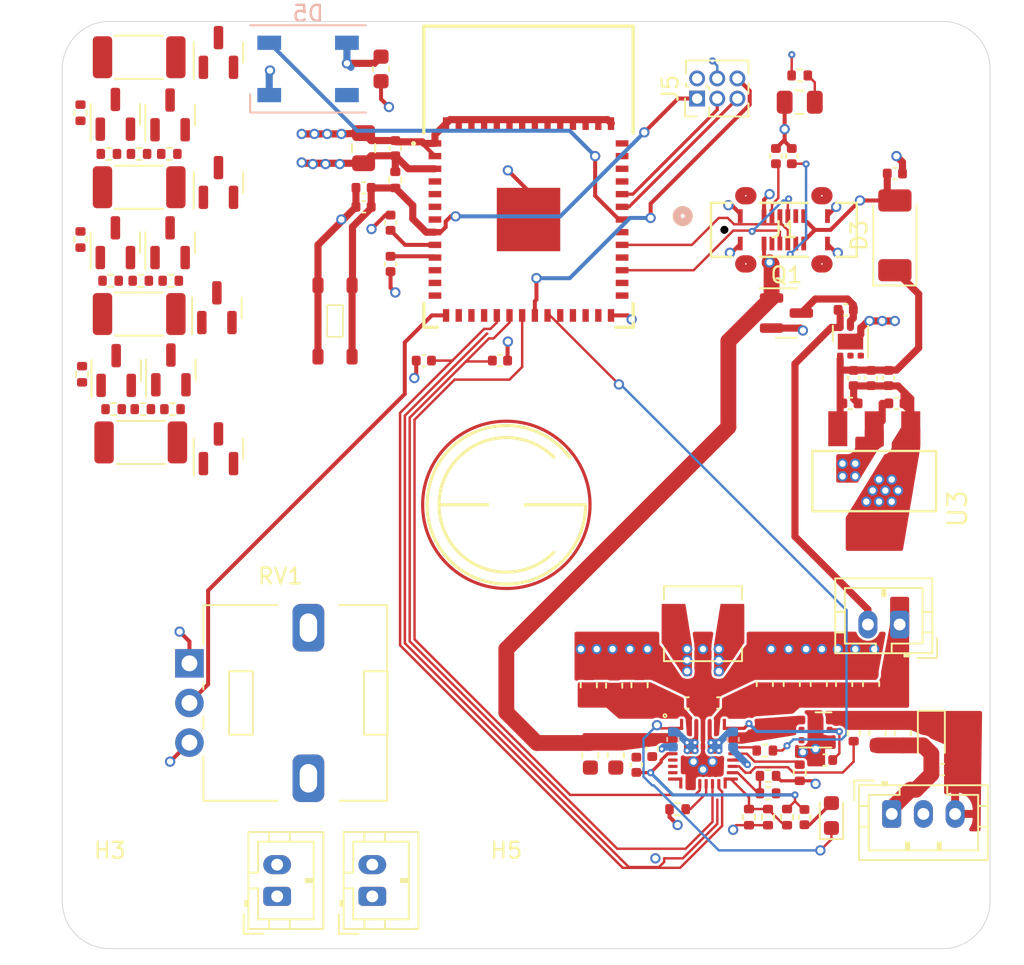
<source format=kicad_pcb>
(kicad_pcb (version 20221018) (generator pcbnew)
  (layers (0 "F.Cu" mixed) (1 "In1.Cu" power) (2 "In2.Cu" power) (31 "B.Cu" signal) (34 "B.Paste" user) (35 "F.Paste" user) (36 "B.SilkS" user "B.Silkscreen") (37 "F.SilkS" user "F.Silkscreen") (38 "B.Mask" user) (39 "F.Mask" user) (44 "Edge.Cuts" user))
  (net 0 "")
  (net 1 "/STAT")
  (net 2 "/VUSB")
  (net 3 "/BTST1")
  (net 4 "/REGN")
  (net 7 "/VAC")
  (net 8 "GND")
  (net 9 "/QON")
  (net 10 "/CE")
  (net 11 "/SCL")
  (net 12 "/SDA")
  (net 13 "/TS")
  (net 14 "/ILIM_HIZ")
  (net 15 "/BATP")
  (net 16 "/BTST2")
  (net 17 "/PROG")
  (net 18 "/INT")
  (net 19 "/VBAT")
  (net 20 "/SDRV")
  (net 21 "/VSYS")
  (net 22 "/SW2")
  (net 23 "/SW1")
  (net 24 "/PMID")
  (net 25 "/BAT+")
  (net 26 "/VBUS")
  (net 27 "+3.3V")
  (net 28 "/ESP_EN")
  (net 29 "/ADDRS_LED")
  (net 31 "/S4")
  (net 32 "/M4")
  (net 33 "/C4")
  (net 34 "/M3")
  (net 35 "/S3")
  (net 36 "/S2")
  (net 37 "/C3")
  (net 38 "/C1")
  (net 40 "/ESP_IO0")
  (net 46 "/POT")
  (net 47 "/D-")
  (net 48 "/DN_BTN")
  (net 49 "/D+")
  (net 50 "/UP_BTN")
  (net 51 "/ESP_RX")
  (net 52 "/ESP_TX")
  (net 54 "Net-(Q1-D)")
  (net 55 "/BC_INT")
  (net 56 "Net-(D2-A)")
  (net 58 "Net-(SW2-B)")
  (net 61 "Net-(D1-A)")
  (net 62 "Net-(J1-CC1)")
  (net 65 "Net-(J1-CC2)")
  (net 69 "/M2")
  (net 70 "/C2")
  (net 72 "/BAT_C")
  (net 73 "/BAT_B")
  (net 74 "/BAT_A")
  (net 75 "/BAT_+")
  (net 76 "Net-(Q2-D)")
  (net 77 "Net-(Q3-D)")
  (net 78 "Net-(Q7-S)")
  (net 79 "Net-(Q8-D)")
  (net 80 "Net-(Q11-D)")
  (net 81 "Net-(Q4-D)")
  (net 82 "Net-(Q5-S)")
  (net 83 "Net-(Q6-S)")
  (net 84 "Net-(Q9-D)")
  (net 85 "Net-(Q10-D)")
  (footprint "Resistor_SMD:R_0402_1005Metric" (layer "F.Cu") (at 173.3 106.7)
    (fp_text reference "R1" hide)
    (fp_text value "10k")
  )
  (footprint "Resistor_SMD:R_0402_1005Metric" (layer "F.Cu") (at 155.5 67 -90)
    (fp_text reference "R20" hide)
    (fp_text value "10k")
  )
  (footprint "Connector_PinHeader_1.27mm:PinHeader_2x03_P1.27mm_Vertical" (layer "F.Cu") (at 174.53 61.87 90)
    (fp_text reference "J5")
    (fp_text value "UART")
  )
  (footprint "Capacitor_SMD:C_0402_1005Metric" (layer "F.Cu") (at 173.9 100)
    (fp_text reference "C7" hide)
    (fp_text value ".1u")
  )
  (footprint "Connector_JST:JST_PH_B2B-PH-K_1x02_P2.00mm_Vertical" (layer "F.Cu") (at 148.05 112.2 90)
    (fp_text reference "J3" hide)
    (fp_text value "DN_BTN")
  )
  (footprint "Resistor_SMD:R_0402_1005Metric" (layer "F.Cu") (at 141.34 73.3625)
    (fp_text reference "R22" hide)
    (fp_text value "100k")
  )
  (footprint "Capacitor_SMD:C_0402_1005Metric" (layer "F.Cu") (at 155.2 72.3 -90)
    (fp_text reference "R14" hide)
    (fp_text value "100k")
  )
  (footprint "Capacitor_SMD:C_0603_1608Metric" (layer "F.Cu") (at 167.8 103.3 -90)
    (fp_text reference "C2" hide)
    (fp_text value "10u")
  )
  (footprint "Capacitor_SMD:C_0402_1005Metric" (layer "F.Cu") (at 155.2 69.7 90)
    (fp_text reference "R9" hide)
    (fp_text value "100k")
  )
  (footprint "Capacitor_SMD:C_0402_1005Metric" (layer "F.Cu") (at 187 66.6)
    (fp_text reference "R7" hide)
    (fp_text value "100k")
  )
  (footprint "Resistor_SMD:R_0402_1005Metric" (layer "F.Cu") (at 179 107.2 -90)
    (fp_text reference "R16" hide)
    (fp_text value "10k")
  )
  (footprint "Resistor_SMD:R_0402_1005Metric" (layer "F.Cu") (at 139.34 65.3625)
    (fp_text reference "R32" hide)
    (fp_text value "100k")
  )
  (footprint "Resistor_SMD:R_0402_1005Metric" (layer "F.Cu") (at 180.2 107.2 -90)
    (fp_text reference "R12" hide)
    (fp_text value "5.24k")
  )
  (footprint "Connector_JST:JST_PH_B3B-PH-K_1x03_P2.00mm_Vertical" (layer "F.Cu") (at 186.8 107)
    (fp_text reference "J4" hide)
    (fp_text value "Conn_01x03")
  )
  (footprint "Capacitor_SMD:C_0402_1005Metric" (layer "F.Cu") (at 182.6 103.6 180)
    (fp_text reference "C21" hide)
    (fp_text value "1n")
  )
  (footprint "Resistor_SMD:R_0402_1005Metric" (layer "F.Cu") (at 135.75 79.2625 -90)
    (fp_text reference "R24" hide)
    (fp_text value "100k")
  )
  (footprint "Capacitor_SMD:C_0402_1005Metric" (layer "F.Cu") (at 162.1 78.4 180)
    (fp_text reference "R19" hide)
    (fp_text value "10k")
  )
  (footprint "Capacitor_SMD:C_0603_1608Metric" (layer "F.Cu") (at 183.8 98.8 90)
    (fp_text reference "C14" hide)
    (fp_text value "10u")
  )
  (footprint "Capacitor_SMD:C_0603_1608Metric" (layer "F.Cu") (at 167.7 98.875 90)
    (fp_text reference "C8" hide)
    (fp_text value "10u")
  )
  (footprint "Capacitor_SMD:C_0603_1608Metric" (layer "F.Cu") (at 180.5 98.8 90)
    (fp_text reference "C22" hide)
    (fp_text value "10u")
  )
  (footprint "Capacitor_SMD:C_0402_1005Metric" (layer "F.Cu") (at 184.2 81.1)
    (fp_text reference "C26" hide)
    (fp_text value "10u")
  )
  (footprint "Potentiometer_THT:Potentiometer_Alps_RK09L_Single_Vertical" (layer "F.Cu") (at 150 100)
    (fp_text reference "RV1")
    (fp_text value "R_Potentiometer")
  )
  (footprint "Capacitor_SMD:C_0805_2012Metric" (layer "F.Cu") (at 181 62.1)
    (fp_text reference "D2" hide)
    (fp_text value "LED")
  )
  (footprint "Capacitor_SMD:C_0402_1005Metric" (layer "F.Cu") (at 175.9 100 180)
    (fp_text reference "C11" hide)
    (fp_text value "0.1u")
  )
  (footprint "Switch:Tactile_5.5mmx2.85mm" (layer "F.Cu") (at 151.7 75.9 90)
    (fp_text reference "SW1" hide)
    (fp_text value "Reset")
  )
  (footprint "Package_TO_SOT_SMD:SOT-23" (layer "F.Cu") (at 141.35 78.9875 90)
    (fp_text reference "Q2" hide)
    (fp_text value "NChan")
  )
  (footprint "Resistor_SMD:R_0402_1005Metric" (layer "F.Cu") (at 137.55 73.3625)
    (fp_text reference "R29" hide)
    (fp_text value "155k")
  )
  (footprint "Resistor_SMD:R_0402_1005Metric" (layer "F.Cu") (at 137.44 65.3625)
    (fp_text reference "R31" hide)
    (fp_text value "28k")
  )
  (footprint "Capacitor_SMD:C_0603_1608Metric" (layer "F.Cu") (at 169.3 98.9 90)
    (fp_text reference "C10" hide)
    (fp_text value "10u")
  )
  (footprint "Capacitor_SMD:C_0402_1005Metric" (layer "F.Cu") (at 184.4 79.5 -90)
    (fp_text reference "C23" hide)
    (fp_text value "0.1u")
  )
  (footprint "LED_SMD:LED_0603_1608Metric" (layer "F.Cu") (at 183 107.1 90)
    (fp_text reference "D1" hide)
    (fp_text value "LED")
  )
  (footprint "Diode_SMD:D_SOD-128" (layer "F.Cu") (at 187 70.5 90)
    (fp_text reference "D3")
    (fp_text value "D_Schottky")
  )
  (footprint "ESP32MINI1N4:ESP32MINI1N4" (layer "F.Cu") (at 163.9 69.5)
    (fp_text reference "IC1" hide)
    (fp_text value "ESP32-C3-MINI-1-N4" hide)
  )
  (footprint "Resistor_SMD:R_0402_1005Metric" (layer "F.Cu") (at 181 60.41)
    (fp_text reference "R6" hide)
    (fp_text value "5.1k")
  )
  (footprint "Capacitor_SMD:C_0603_1608Metric" (layer "F.Cu") (at 178.8 98.8 90)
    (fp_text reference "C19" hide)
    (fp_text value "10u")
  )
  (footprint "Resistor_SMD:R_0402_1005Metric" (layer "F.Cu") (at 178.8 103 180)
    (fp_text reference "R2" hide)
    (fp_text value "10k")
  )
  (footprint "Lipo_Charger:BQ25792" (layer "F.Cu") (at 174.9 103.2)
    (fp_text reference "BQ25792RQMR1" hide)
    (fp_text value "~")
  )
  (footprint "Package_TO_SOT_SMD:SOT-23" (layer "F.Cu") (at 144.25 75.0625 90)
    (fp_text reference "Q9" hide)
    (fp_text value "NChan")
  )
  (footprint "Capacitor_SMD:C_0402_1005Metric" (layer "F.Cu") (at 155.5 65 90)
    (fp_text reference "C29" hide)
    (fp_text value "0.1u")
  )
  (footprint "Package_TO_SOT_SMD:SOT-23" (layer "F.Cu") (at 144.35 67.1625 90)
    (fp_text reference "Q10" hide)
    (fp_text value "NChan")
  )
  (footprint "Resistor_SMD:R_0402_1005Metric" (layer "F.Cu") (at 139.58 81.4625)
    (fp_text reference "R28" hide)
    (fp_text value "100k")
  )
  (footprint "Package_TO_SOT_SMD:SOT-23" (layer "F.Cu") (at 137.9 79.025 90)
    (fp_text reference "Q5" hide)
    (fp_text value "PChan")
  )
  (footprint "Package_TO_SOT_SMD:SOT-23" (layer "F.Cu") (at 137.85 70.9625 90)
    (fp_text reference "Q6" hide)
    (fp_text value "PChan")
  )
  (footprint "Resistor_SMD:R_0402_1005Metric" (layer "F.Cu") (at 141.45 81.4625)
    (fp_text reference "R21" hide)
    (fp_text value "100k")
  )
  (footprint "Resistor_SMD:R_0402_1005Metric" (layer "F.Cu") (at 179 105.7)
    (fp_text reference "R11" hide)
    (fp_text value "127k")
  )
  (footprint "Capacitor_SMD:C_0603_1608Metric" (layer "F.Cu") (at 182.2 98.8 90)
    (fp_text reference "C17" hide)
    (fp_text value "10u")
  )
  (footprint "Resistor_SMD:R_2010_5025Metric" (layer "F.Cu") (at 139.45 83.5625)
    (fp_text reference "R33" hide)
    (fp_text value "400")
  )
  (footprint "Resistor_SMD:R_0402_1005Metric" (layer "F.Cu") (at 135.65 62.7625 -90)
    (fp_text reference "R26" hide)
    (fp_text value "100k")
  )
  (footprint "Resistor_SMD:R_2010_5025Metric" (layer "F.Cu") (at 139.35 67.4625)
    (fp_text reference "R35" hide)
    (fp_text value "400")
  )
  (footprint "Resistor_SMD:R_0402_1005Metric" (layer "F.Cu") (at 184.4 101.9 90)
    (fp_text reference "R10" hide)
    (fp_text value "100")
  )
  (footprint "Package_TO_SOT_SMD:SOT-23" (layer "F.Cu") (at 144.35 58.9625 90)
    (fp_text reference "Q11" hide)
    (fp_text value "NChan")
  )
  (footprint "Capacitor_SMD:C_0603_1608Metric" (layer "F.Cu") (at 154.6 60 -90)
    (fp_text reference "C25" hide)
    (fp_text value "10u")
  )
  (footprint "Capacitor_SMD:C_0603_1608Metric" (layer "F.Cu") (at 185.5 98.8 90)
    (fp_text reference "C13" hide)
    (fp_text value "10u")
  )
  (footprint "Capacitor_SMD:C_0402_1005Metric" (layer "F.Cu") (at 170.7 103.9 90)
    (fp_text reference "C9" hide)
    (fp_text value "4.7u")
  )
  (footprint "Package_TO_SOT_SMD:SOT-23" (layer "F.Cu") (at 141.3 70.9625 90)
    (fp_text reference "Q3" hide)
    (fp_text value "NChan")
  )
  (footprint "Resistor_SMD:R_0402_1005Metric" (layer "F.Cu") (at 181 104.4 -90)
    (fp_text reference "R15" hide)
    (fp_text value "6.04k")
  )
  (footprint "Package_TO_SOT_SMD:SOT-23" (layer "F.Cu") (at 180.1625 75.4)
    (fp_text reference "Q1")
    (fp_text value "2N7002")
  )
  (footprint "Resistor_SMD:R_0402_1005Metric" (layer "F.Cu") (at 135.65 70.7625 -90)
    (fp_text reference "R25" hide)
    (fp_text value "100k")
  )
  (footprint "Resistor_SMD:R_0402_1005Metric" (layer "F.Cu") (at 177.8 107.2 -90)
    (fp_text reference "R13" hide)
    (fp_text value "30.31k")
  )
  (footprint "Package_SON:WSON-6-1EP_2x2mm_P0.65mm_EP1x1.6mm" (layer "F.Cu") (at 182 101.7)
    (fp_text reference "U2" hide)
    (fp_text value "TPS22810DRV")
  )
  (footprint "Resistor_SMD:R_0402_1005Metric" (layer "F.Cu") (at 139.45 73.3625)
    (fp_text reference "R30" hide)
    (fp_text value "100k")
  )
  (footprint "Capacitor_SMD:C_0402_1005Metric" (layer "F.Cu") (at 153.5 68.7 180)
    (fp_text reference "C3" hide)
    (fp_text value "0.1u")
  )
  (footprint "Package_TO_SOT_SMD:SOT-23" (layer "F.Cu") (at 141.3 62.9 90)
    (fp_text reference "Q4" hide)
    (fp_text value "NChan")
  )
  (footprint "Capacitor_SMD:C_0603_1608Metric" (layer "F.Cu") (at 187.5 101.9 -90)
    (fp_text reference "C15" hide)
    (fp_text value "10u")
  )
  (footprint "Capacitor_SMD:C_0402_1005Metric" (layer "F.Cu") (at 180.5 65.5 90)
    (fp_text reference "R4" hide)
    (fp_text value "5.1k")
  )
  (footprint "Inductor_SMD:L_Sunlord_MWSA0402S" (layer "F.Cu") (at 174.9 95 180)
    (fp_text reference "L1" hide)
    (fp_text value "1u")
  )
  (footprint "Capacitor_SMD:C_0402_1005Metric" (layer "F.Cu") (at 181.3 107.2 -90)
    (fp_text reference "R5" hide)
    (fp_text value "5.1k")
  )
  (footprint "Capacitor_SMD:C_0402_1005Metric" (layer "F.Cu") (at 179.5 65.5 90)
    (fp_text reference "R3" hide)
    (fp_text value "5.1k")
  )
  (footprint "Connector_JST:JST_PH_B2B-PH-K_1x02_P2.00mm_Vertical" (layer "F.Cu") (at 154.05 112.2 90)
    (fp_text reference "J2" hide)
    (fp_text value "UP_BTN")
  )
  (footprint "Package_TO_SOT_SMD:SOT-23" (layer "F.Cu") (at 137.85 62.8625 90)
    (fp_text reference "Q7" hide)
    (fp_text value "PChan")
  )
  (footprint "Resistor_SMD:R_0402_1005Metric" (layer "F.Cu") (at 141.25 65.3625)
    (fp_text reference "R23" hide)
    (fp_text value "100k")
  )
  (footprint "Capacitor_SMD:C_0402_1005Metric" (layer "F.Cu") (at 185.5 79.5 -90)
    (fp_text reference "C20" hide)
    (fp_text value "1u")
  )
  (footprint "Resistor_SMD:R_0402_1005Metric" (layer "F.Cu") (at 179 104.6)
    (fp_text reference "R17" hide)
    (fp_text value "100k")
  )
  (footprint "Connector_JST:JST_PH_B2B-PH-K_1x02_P2.00mm_Vertical" (layer "F.Cu") (at 187.3 95.05 180)
    (fp_text reference "SW2" hide)
    (fp_text value "SW_SPST")
  )
  (footprint "Capacitor_SMD:C_0805_2012Metric" (layer "F.Cu") (at 153.5 65 90)
    (fp_text reference "C28" hide)
    (fp_text value "22u")
  )
  (footprint "Package_SON:WSON-6-1EP_2x2mm_P0.65mm_EP1x1.6mm" (layer "F.Cu") (at 184.2 77.2 90)
    (fp_text reference "U1" hide)
    (fp_text value "TPS22810DRV")
  )
  (footprint "Resistor_SMD:R_0402_1005Metric" (layer "F.Cu") (at 137.74 81.4625)
    (fp_text reference "R27" hide)
    (fp_text value "282k")
  )
  (footprint "MountingHole:MountingHole_2.2mm_M2" (layer "F.Cu") (at 162.5 87.5)
    (fp_text reference "H4" hide)
    (fp_text value "MountingHole")
  )
  (footprint "MountingHole:MountingHole_2.2mm_M2" (layer "F.Cu") (at 137.5 87.5)
    (fp_text reference "H2" hide)
    (fp_text value "MountingHole")
  )
  (footprint "Capacitor_SMD:C_0402_1005Metric" (layer "F.Cu") (at 171.7 102.9 -90)
    (fp_text reference "C1" hide)
    (fp_text value "0.1u")
  )
  (footprint "MountingHole:MountingHole_2.2mm_M2" (layer "F.Cu") (at 162.5 112.5)
    (fp_text reference "H5")
    (fp_text value "MountingHole")
  )
  (footprint "MountingHole:MountingHole_2.2mm_M2" (layer "F.Cu") (at 137.5 112.5)
    (fp_text reference "H3")
    (fp_text value "MountingHole")
  )
  (footprint "Capacitor_SMD:C_0402_1005Metric" (layer "F.Cu") (at 153.5 67.5 180)
    (fp_text reference "C30" hide)
    (fp_text value "1u")
  )
  (footprint "MountingHole:MountingHole_2.2mm_M2" (layer "F.Cu") (at 190 60)
    (fp_text reference "H1" hide)
    (fp_text value "MountingHole")
  )
  (footprint "Capacitor_SMD:C_0402_1005Metric" (layer "F.Cu") (at 186.6 79.5 -90)
    (fp_text reference "C16" hide)
    (fp_text value "10u")
  )
  (footprint "Capacitor_SMD:C_0402_1005Metric" (layer "F.Cu") (at 157.3 78.4)
    (fp_text reference "R18" hide)
    (fp_text value "10k")
  )
  (footprint "Capacitor_SMD:C_0402_1005Metric" (layer "F.Cu") (at 190 104.2 180)
    (fp_text reference "C24" hide)
    (fp_text value "10uf")
  )
  (footprint "Resistor_SMD:R_2010_5025Metric" (layer "F.Cu") (at 139.35 59.2625)
    (fp_text reference "R36" hide)
    (fp_text value "400")
  )
  (footprint "Capacitor_SMD:C_0603_1608Metric" (layer "F.Cu") (at 169.4 103.3 -90)
    (fp_text reference "C6" hide)
    (fp_text value "10u")
  )
  (footprint "Capacitor_SMD:C_0402_1005Metric" (layer "F.Cu") (at 187.1 81.1)
    (fp_text reference "C27" hide)
    (fp_text value "22u")
  )
  (footprint "AZ1117:SOT223" (layer "F.Cu") (at 185.7 86 -90)
    (fp_text reference "U3")
    (fp_text value "AZ1117-3.3")
  )
  (footprint "Resistor_SMD:R_2010_5025Metric" (layer "F.Cu") (at 139.35 75.4625)
    (fp_text reference "R34" hide)
    (fp_text value "400")
  )
  (footprint "Capacitor_SMD:C_0402_1005Metric" (layer "F.Cu") (at 183.9 75.2 180)
    (fp_text reference "R8" hide)
    (fp_text value "100k")
  )
  (footprint "Diode_SMD:D_SOD-323F" (layer "F.Cu") (at 189.3 102.1 -90)
    (fp_text reference "D4" hide)
    (fp_text value "D_Zener")
  )
  (footprint "Capacitor_SMD:C_0603_1608Metric" (layer "F.Cu") (at 185.9 101.9 -90)
    (fp_text reference "C18" hide)
    (fp_text value "10u")
  )
  (footprint "footprints:CONN_GSB1CA11101DSHR_AMP" (layer "F.Cu") (at 180 70.150001)
    (fp_text reference "J1")
    (fp_text value "USB_C_Receptacle_USB2.0")
  )
  (footprint "Package_TO_SOT_SMD:SOT-23" (layer "F.Cu") (at 144.35 83.9625 90)
    (fp_text reference "Q8" hide)
    (fp_text value "NChan")
  )
  (footprint "Capacitor_SMD:C_0603_1608Metric" (layer "F.Cu") (at 170.9 98.875 90)
    (fp_text reference "C12" hide)
    (fp_text value "10u")
  )
  (footprint "Capacitor_SMD:C_0402_1005Metric" (layer "B.Cu") (at 176.8 102.3 -90)
    (fp_text reference "C5" hide)
    (fp_text value "47n")
  )
  (footprint "Capacitor_SMD:C_0402_1005Metric" (layer "B.Cu") (at 173 102.3 90)
    (fp_text reference "C4" hide)
    (fp_text value "47n")
  )
  (footprint "LED_SMD:LED_WS2812B_PLCC4_5.0x5.0mm_P3.2mm" (layer "B.Cu") (at 150 60 180)
    (fp_text reference "D5")
    (fp_text value "WS2812B")
  )
  (gr_circle (center 162.5 87.5) (end 167.7 88.4) (stroke (width 0.2)) (fill none) (layer "F.Cu"))
  (gr_line (start 167.5 87.5) (end 158.257362 87.499998) (stroke (width 0.2)) (layer "F.SilkS"))
  (gr_arc (start 167.499999 87.5) (mid 157.756586 89.081135) (end 166.499999 84.5) (stroke (width 0.2)) (layer "F.SilkS"))
  (gr_arc (start 165.499999 90.499999) (mid 158.257362 87.499998) (end 165.5 84.5) (stroke (width 0.2)) (layer "F.SilkS"))
  (gr_line (start 134.5 60) (end 134.5 112.5) (stroke (width 0.05)) (layer "Edge.Cuts"))
  (gr_line (start 193 112.5) (end 193 60) (stroke (width 0.05)) (layer "Edge.Cuts"))
  (gr_arc (start 190 57) (mid 192.12132 57.87868) (end 193 60) (stroke (width 0.05)) (layer "Edge.Cuts"))
  (gr_line (start 137.5 115.5) (end 190 115.5) (stroke (width 0.05)) (layer "Edge.Cuts"))
  (gr_arc (start 134.5 60) (mid 135.37868 57.87868) (end 137.5 57) (stroke (width 0.05)) (layer "Edge.Cuts"))
  (gr_line (start 190 57) (end 137.5 57) (stroke (width 0.05)) (layer "Edge.Cuts"))
  (gr_arc (start 137.5 115.5) (mid 135.37868 114.62132) (end 134.5 112.5) (stroke (width 0.05)) (layer "Edge.Cuts"))
  (gr_arc (start 193 112.5) (mid 192.12132 114.62132) (end 190 115.5) (stroke (width 0.05)) (layer "Edge.Cuts"))
  (segment (start 183 107.8875) (end 183 108.6) (width 0.154) (layer "F.Cu") (net 1))
  (segment (start 173.175 101.6) (end 172.2 101.6) (width 0.154) (layer "F.Cu") (net 1))
  (segment (start 183 108.6) (end 182.3 109.3) (width 0.154) (layer "F.Cu") (net 1))
  (segment (start 172.2 101.6) (end 172 101.4) (width 0.154) (layer "F.Cu") (net 1))
  (via (at 172 101.4) (size 0.65) (drill 0.4) (layers "F.Cu" "B.Cu") (net 1))
  (via (at 182.3 109.3) (size 0.65) (drill 0.4) (layers "F.Cu" "B.Cu") (net 1))
  (segment (start 175.9 109.3) (end 182.3 109.3) (width 0.154) (layer "B.Cu") (net 1))
  (segment (start 172 101.4) (end 171.148 102.252) (width 0.154) (layer "B.Cu") (net 1))
  (segment (start 171.8 105.2) (end 175.9 109.3) (width 0.154) (layer "B.Cu") (net 1))
  (segment (start 171.148 102.252) (end 171.148 104.648) (width 0.154) (layer "B.Cu") (net 1))
  (segment (start 171.148 104.648) (end 171.7 105.2) (width 0.154) (layer "B.Cu") (net 1))
  (segment (start 171.7 105.2) (end 171.8 105.2) (width 0.154) (layer "B.Cu") (net 1))
  (segment (start 179.225 72.325) (end 179.1 72.2) (width 1) (layer "F.Cu") (net 2))
  (segment (start 184.8 68.3) (end 187 68.3) (width 0.254) (layer "F.Cu") (net 2))
  (segment (start 176.5 82.6) (end 162.5 96.6) (width 1) (layer "F.Cu") (net 2))
  (segment (start 181.25 69.135) (end 181.25 69.4474) (width 0.254) (layer "F.Cu") (net 2))
  (segment (start 178.75 71.85) (end 178.75 70.865) (width 0.254) (layer "F.Cu") (net 2))
  (segment (start 179.225 74.45) (end 176.5 77.175) (width 1) (layer "F.Cu") (net 2))
  (segment (start 176.5 77.175) (end 176.5 82.6) (width 1) (layer "F.Cu") (net 2))
  (segment (start 181.25 69.4474) (end 181.9588 70.1562) (width 0.254) (layer "F.Cu") (net 2))
  (segment (start 179.1 72.2) (end 178.75 71.85) (width 0.254) (layer "F.Cu") (net 2))
  (segment (start 178.75 68.25) (end 178.75 69.135) (width 0.254) (layer "F.Cu") (net 2))
  (segment (start 162.5 96.6) (end 162.5 100.6) (width 1) (layer "F.Cu") (net 2))
  (segment (start 179.1 67.9) (end 178.75 68.25) (width 0.254) (layer "F.Cu") (net 2))
  (segment (start 186.52 66.6) (end 186.52 67.82) (width 0.45) (layer "F.Cu") (net 2))
  (segment (start 162.5 100.6) (end 164.425 102.525) (width 1) (layer "F.Cu") (net 2))
  (segment (start 181.25 70.865) (end 181.9588 70.1562) (width 0.254) (layer "F.Cu") (net 2))
  (segment (start 186.52 67.82) (end 187 68.3) (width 0.45) (layer "F.Cu") (net 2))
  (segment (start 179.225 74.45) (end 179.225 72.325) (width 1) (layer "F.Cu") (net 2))
  (segment (start 181.9588 70.1562) (end 182.9438 70.1562) (width 0.254) (layer "F.Cu") (net 2))
  (segment (start 164.425 102.525) (end 167.8 102.525) (width 1) (layer "F.Cu") (net 2))
  (segment (start 182.9438 70.1562) (end 184.8 68.3) (width 0.254) (layer "F.Cu") (net 2))
  (via (at 179.1 67.9) (size 0.65) (drill 0.4) (layers "F.Cu" "B.Cu") (net 2))
  (via (at 179.1 72.2) (size 0.65) (drill 0.4) (layers "F.Cu" "B.Cu") (net 2))
  (via (at 184.8 68.3) (size 0.65) (drill 0.4) (layers "F.Cu" "B.Cu") (net 2))
  (segment (start 172.4 102.8) (end 172.3 102.9) (width 0.2032) (layer "F.Cu") (net 3))
  (segment (start 173 102.8) (end 172.4 102.8) (width 0.2032) (layer "F.Cu") (net 3))
  (via (at 172.3 102.9) (size 0.45) (drill 0.2) (layers "F.Cu" "B.Cu") (net 3))
  (segment (start 173 102.78) (end 172.42 102.78) (width 0.45) (layer "B.Cu") (net 3))
  (segment (start 172.42 102.78) (end 172.3 102.9) (width 0.45) (layer "B.Cu") (net 3))
  (segment (start 180.7 106.2) (end 181.22 106.72) (width 0.154) (layer "F.Cu") (net 4))
  (segment (start 172.674015 103.2) (end 172.2616 103.612415) (width 0.2032) (layer "F.Cu") (net 4))
  (segment (start 172.2616 103.612415) (end 172.2616 103.7384) (width 0.2032) (layer "F.Cu") (net 4))
  (segment (start 171.62 104.38) (end 171.6 104.4) (width 0.2032) (layer "F.Cu") (net 4))
  (segment (start 181.22 106.72) (end 181.5 106.72) (width 0.154) (layer "F.Cu") (net 4))
  (segment (start 172.2616 103.7384) (end 171.62 104.38) (width 0.2032) (layer "F.Cu") (net 4))
  (segment (start 180.21 106.69) (end 180.7 106.2) (width 0.154) (layer "F.Cu") (net 4))
  (segment (start 180.7 105.8) (end 179.72 105.8) (width 0.2032) (layer "F.Cu") (net 4))
  (segment (start 179.72 105.8) (end 179.42 105.5) (width 0.2032) (layer "F.Cu") (net 4))
  (segment (start 180.2 106.69) (end 180.21 106.69) (width 0.154) (layer "F.Cu") (net 4))
  (segment (start 180.7 106.2) (end 180.7 105.8) (width 0.154) (layer "F.Cu") (net 4))
  (segment (start 173 103.2) (end 172.674015 103.2) (width 0.2032) (layer "F.Cu") (net 4))
  (segment (start 171.6 104.4) (end 170.7 104.38) (width 0.2032) (layer "F.Cu") (net 4))
  (via (at 180.7 105.8) (size 0.45) (drill 0.2) (layers "F.Cu" "B.Cu") (net 4))
  (via (at 171.6 104.4) (size 0.45) (drill 0.2) (layers "F.Cu" "B.Cu") (net 4))
  (segment (start 173 105.8) (end 171.6 104.4) (width 0.2032) (layer "B.Cu") (net 4))
  (segment (start 180.7 105.8) (end 173 105.8) (width 0.2032) (layer "B.Cu") (net 4))
  (segment (start 152.22 69.5) (end 153.02 68.7) (width 0.45) (layer "F.Cu") (net 8))
  (segment (start 179.51 104.6) (end 179.82 104.91) (width 0.2032) (layer "F.Cu") (net 8))
  (segment (start 158 64.7) (end 158 64.15) (width 0.45) (layer "F.Cu") (net 8))
  (segment (start 163.9 69.5) (end 163.9 67.7) (width 0.254) (layer "F.Cu") (net 8))
  (segment (start 156.5 64.6) (end 155.58 64.6) (width 0.45) (layer "F.Cu") (net 8))
  (segment (start 150.4 64.1) (end 149.6 64.1) (width 0.45) (layer "F.Cu") (net 8))
  (segment (start 183.3 71.6) (end 183.4 71.6) (width 0.254) (layer "F.Cu") (net 8))
  (segment (start 155.68 64.7) (end 158 64.7) (width 0.254) (layer "F.Cu") (net 8))
  (segment (start 177.25 71.05) (end 176.7 71.6) (width 0.254) (layer "F.Cu") (net 8))
  (segment (start 184.85 76.75) (end 184.85 76.35) (width 0.45) (layer "F.Cu") (net 8))
  (segment (start 170.15 75.55) (end 170.4 75.8) (width 0.254) (layer "F.Cu") (net 8))
  (segment (start 149.6 64.1) (end 149.65 64.05) (width 0.45) (layer "F.Cu") (net 8))
  (segment (start 176.7 71.6) (end 176.6 71.6) (width 0.254) (layer "F.Cu") (net 8))
  (segment (start 179.82 104.91) (end 181 104.91) (width 0.2032) (layer "F.Cu") (net 8))
  (segment (start 183.3 68.7) (end 183.185 68.7) (width 0.254) (layer "F.Cu") (net 8))
  (segment (start 187.58 81.18) (end 188 81.6) (width 0.45) (layer "F.Cu") (net 8))
  (segment (start 188.325 105.475) (end 189.3 104.5) (width 1) (layer "F.Cu") (net 8))
  (segment (start 151.2 64.1) (end 150.4 64.1) (width 0.45) (layer "F.Cu") (net 8))
  (segment (start 182.75 71.05) (end 183.3 71.6) (width 0.254) (layer "F.Cu") (net 8))
  (segment (start 154.6 61.9) (end 155.1 62.4) (width 0.254) (layer "F.Cu") (net 8))
  (segment (start 176.715 68.6) (end 177.25 69.135) (width 0.254) (layer "F.Cu") (net 8))
  (segment (start 177.25 70.865) (end 177.25 71.05) (width 0.254) (layer "F.Cu") (net 8))
  (segment (start 189.3 104.5) (end 189.3 103.2) (width 1) (layer "F.Cu") (net 8))
  (segment (start 180.05 64.47) (end 179.5 65.02) (width 0.254) (layer "F.Cu") (net 8))
  (segment (start 153.02 68.7) (end 153.02 67.5) (width 0.45) (layer "F.Cu") (net 8))
  (segment (start 176.6 71.7) (end 176.7 71.6) (width 0.254) (layer "F.Cu") (net 8))
  (segment (start 187.975 105.475) (end 188.325 105.475) (width 1) (layer "F.Cu") (net 8))
  (segment (start 172.79 106.7) (end 172.79 107.19) (width 0.254) (layer "F.Cu") (net 8))
  (segment (start 153.97 64.52) (end 153.5 64.05) (width 0.45) (layer "F.Cu") (net 8))
  (segment (start 155.58 64.6) (end 155.5 64.52) (width 0.45) (layer "F.Cu") (net 8))
  (segment (start 158.95 63.2) (end 168.88995 63.2) (width 0.45) (layer "F.Cu") (net 8))
  (segment (start 180.05 62.1) (end 180.05 64.47) (width 0.254) (layer "F.Cu") (net 8))
  (segment (start 157.2 64.6) (end 156.5 64.6) (width 0.45) (layer "F.Cu") (net 8))
  (segment (start 154.6 60.775) (end 154.6 61.9) (width 0.254) (layer "F.Cu") (net 8))
  (segment (start 188.775 102.675) (end 189.3 103.2) (width 1) (layer "F.Cu") (net 8))
  (segment (start 181.05 76.35) (end 181.2 76.5) (width 0.45) (layer "F.Cu") (net 8))
  (segment (start 186.2 75.9) (end 187 75.9) (width 0.45) (layer "F.Cu") (net 8))
  (segment (start 185.4 75.9) (end 186.2 75.9) (width 0.45) (layer "F.Cu") (net 8))
  (segment (start 183.4 71.6) (end 183.4 71.7) (width 0.254) (layer "F.Cu") (net 8))
  (segment (start 153.5 64.05) (end 152.1 64.1) (width 0.45) (layer "F.Cu") (net 8))
  (segment (start 180.05 64.57) (end 180.5 65.02) (width 0.254) (layer "F.Cu") (net 8))
  (segment (start 187.5 102.675) (end 188.775 102.675) (width 1) (layer "F.Cu") (net 8))
  (segment (start 158 64.7) (end 157.3 64.7) (width 0.45) (layer "F.Cu") (net 8))
  (segment (start 176.99 107.71) (end 176.8 108) (width 0.154) (layer "F.Cu") (net 8))
  (segment (start 185.9 102.675) (end 187.5 102.675) (width 1) (layer "F.Cu") (net 8))
  (segment (start 155.5 64.52) (end 155.68 64.7) (width 0.254) (layer "F.Cu") (net 8))
  (segment (start 180.05 64.47) (end 180.05 64.57) (width 0.254) (layer "F.Cu") (net 8))
  (segment (start 184.42 80) (end 187.2 80) (width 0.45) (layer "F.Cu") (net 8))
  (segment (start 188 80.8) (end 188 81.6) (width 0.45) (layer "F.Cu") (net 8))
  (segment (start 183.3 68.7) (end 182.75 69.25) (width 0.254) (layer "F.Cu") (net 8))
  (segment (start 181 104.91) (end 181.81 104.91) (width 0.2032) (layer "F.Cu") (net 8))
  (segment (start 176.6 71.6) (end 176.6 71.7) (width 0.254) (layer "F.Cu") (net 8))
  (segment (start 176.5 68.6) (end 176.715 68.6) (width 0.254) (layer "F.Cu") (net 8))
  (segment (start 157.1 64.6) (end 156.5 64.6) (width 0.254) (layer "F.Cu") (net 8))
  (segment (start 184.2 77.4) (end 184.85 76.75) (width 0.45) (layer "F.Cu") (net 8))
  (segment (start 187.48 65.88) (end 187.1 65.5) (width 0.45) (layer "F.Cu") (net 8))
  (segment (start 152.1 69.62) (end 152.1 69.5) (width 0.45) (layer "F.Cu") (net 8))
  (segment (start 181.81 104.91) (end 182 105.1) (width 0.2032) (layer "F.Cu") (net 8))
  (segment (start 187.6 80.4) (end 188 80.8) (width 0.45) (layer "F.Cu") (net 8))
  (segment (start 177.8 107.71) (end 179 107.71) (width 0.154) (layer "F.Cu") (net 8))
  (segment (start 187.58 81.1) (end 187.58 81.18) (width 0.45) (layer "F.Cu") (net 8))
  (segment (start 168.88995 63.2) (end 169.119975 63.430025) (width 0.45) (layer "F.Cu") (net 8))
  (segment (start 158 65.5) (end 157.1 64.6) (width 0.254) (layer "F.Cu") (net 8))
  (segment (start 155.5 64.52) (end 153.97 64.52) (width 0.45) (layer "F.Cu") (net 8))
  (segment (start 158 64.15) (end 158.7 63.45) (width 0.45) (layer "F.Cu") (net 8))
  (segment (start 183.4 71.7) (end 183.3 71.6) (width 0.254) (layer "F.Cu") (net 8))
  (segment (start 184.4 79.98) (end 184.42 80) (width 0.45) (layer "F.Cu") (net 8))
  (segment (start 187.58 80.42) (end 187.6 80.4) (width 0.45) (layer "F.Cu") (net 8))
  (segment (start 172.79 107.19) (end 173.3 107.7) (width 0.254) (layer "F.Cu") (net 8))
  (segment (start 179.225 76.35) (end 181.05 76.35) (width 0.45) (layer "F.Cu") (net 8))
  (segment (start 152.1 69.5) (end 152.22 69.5) (width 0.45) (layer "F.Cu") (net 8))
  (segment (start 150.625 71.095) (end 152.1 69.62) (width 0.45) (layer "F.Cu") (net 8))
  (segment (start 142.5 102.5) (end 141.3 103.7) (width 0.254) (layer "F.Cu") (net 8))
  (segment (start 177.8 107.71) (end 176.99 107.71) (width 0.154) (layer "F.Cu") (net 8))
  (segment (start 184.85 76.35) (end 185.3 75.9) (width 0.45) (layer "F.Cu") (net 8))
  (segment (start 186.8 106.65) (end 187.975 105.475) (width 1) (layer "F.Cu") (net 8))
  (segment (start 176.8 108) (end 176.8 107.9) (width 0.154) (layer "F.Cu") (net 8))
  (segment (start 169.1 75.55) (end 170.15 75.55) (width 0.254) (layer "F.Cu") (net 8))
  (segment (start 187.58 81.1) (end 187.58 80.42) (width 0.45) (layer "F.Cu") (net 8))
  (segment (start 152.1 64.1) (end 151.2 64.1) (width 0.45) (layer "F.Cu") (net 8))
  (segment (start 158.7 63.45) (end 158.95 63.2) (width 0.45) (layer "F.Cu") (net 8))
  (segment (start 188 81.6) (end 188 82.7) (width 0.45) (layer "F.Cu") (net 8))
  (segment (start 187.2 80) (end 187.6 80.4) (width 0.45) (layer "F.Cu") (net 8))
  (segment (start 157.3 64.7) (end 157.2 64.6) (width 0.45) (layer "F.Cu") (net 8))
  (segment (start 163.9 67.7) (end 162.6 66.4) (width 0.254) (layer "F.Cu") (net 8))
  (segment (start 150.625 73.65) (end 150.625 78.15) (width 0.45) (layer "F.Cu") (net 8))
  (segment (start 187.48 66.6) (end 187.48 65.88) (width 0.45) (layer "F.Cu") (net 8))
  (segment (start 142.52 102.5) (end 142.5 102.5) (width 0.254) (layer "F.Cu") (net 8))
  (segment (start 185.3 75.9) (end 185.4 75.9) (width 0.45) (layer "F.Cu") (net 8))
  (segment (start 184.68 81.1) (end 184.4 80.82) (width 0.45) (layer "F.Cu") (net 8))
  (segment (start 184.4 80.82) (end 184.4 79.98) (width 0.45) (layer "F.Cu") (net 8))
  (segment (start 150.625 73.65) (end 150.625 71.095) (width 0.45) (layer "F.Cu") (net 8))
  (segment (start 182.75 70.865) (end 182.75 71.05) (width 0.254) (layer "F.Cu") (net 8))
  (via (at 185.6 86.6) (size 0.65) (drill 0.4) (layers "F.Cu" "B.Cu") (net 8))
  (via (at 187.2 86.6) (size 0.65) (drill 0.4) (layers "F.Cu" "B.Cu") (net 8))
  (via (at 141.3 103.7) (size 0.65) (drill 0.4) (layers "F.Cu" "B.Cu") (net 8))
  (via (at 169.2 96.6) (size 0.65) (drill 0.4) (layers "F.Cu" "B.Cu") (net 8))
  (via (at 152.1 64.1) (size 0.65) (drill 0.4) (layers "F.Cu" "B.Cu") (net 8))
  (via (at 174.9 104.2) (size 0.65) (drill 0.4) (layers "F.Cu" "B.Cu") (net 8))
  (via (at 167.2 96.6) (size 0.65) (drill 0.4) (layers "F.Cu" "B.Cu") (net 8))
  (via (at 186 87.3) (size 0.65) (drill 0.4) (layers "F.Cu" "B.Cu") (net 8))
  (via (at 149.6 64.1) (size 0.65) (drill 0.4) (layers "F.Cu" "B.Cu") (net 8))
  (via (at 171.9 109.8) (size 0.65) (drill 0.4) (layers "F.Cu" "B.Cu") (net 8))
  (via (at 171.4 96.6) (size 0.65) (drill 0.4) (layers "F.Cu" "B.Cu") (net 8))
  (via (at 182.4 96.6) (size 0.65) (drill 0.4) (layers "F.Cu" "B.Cu") (net 8))
  (via (at 187.1 65.5) (size 0.65) (drill 0.4) (layers "F.Cu" "B.Cu") (net 8))
  (via (at 182 102.9) (size 0.65) (drill 0.4) (layers "F.Cu" "B.Cu") (net 8))
  (via (at 183.3 68.7) (size 0.65) (drill 0.4) (layers "F.Cu" "B.Cu") (net 8))
  (via (at 150.4 64.1) (size 0.65) (drill 0.4) (layers "F.Cu" "B.Cu") (net 8))
  (via (at 181.2 103.1) (size 0.65) (drill 0.4) (layers "F.Cu" "B.Cu") (net 8))
  (via (at 152.1 69.5) (size 0.65) (drill 0.4) (layers "F.Cu" "B.Cu") (net 8))
  (via (at 147.6 60.1) (size 0.65) (drill 0.4) (layers "F.Cu" "B.Cu") (net 8))
  (via (at 176.8 108) (size 0.65) (drill 0.4) (layers "F.Cu" "B.Cu") (net 8))
  (via (at 181.4 96.6) (size 0.65) (drill 0.4) (layers "F.Cu" "B.Cu") (net 8))
  (via (at 185.7 96.6) (size 0.65) (drill 0.4) (layers "F.Cu" "B.Cu") (net 8))
  (via (at 180.05 63.8) (size 0.65) (drill 0.4) (layers "F.Cu" "B.Cu") (net 8))
  (via (at 185.2 87.3) (size 0.65) (drill 0.4) (layers "F.Cu" "B.Cu") (net 8))
  (via (at 184.5035 96.6) (size 0.65) (drill 0.4) (layers "F.Cu" "B.Cu") (net 8))
  (via (at 175.5 103.7) (size 0.65) (drill 0.4) (layers "F.Cu" "B.Cu") (net 8))
  (via (at 168.2 96.6) (size 0.65) (drill 0.4) (layers "F.Cu" "B.Cu") (net 8))
  (via (at 186 85.9) (size 0.65) (drill 0.4) (layers "F.Cu" "B.Cu") (net 8))
  (via (at 173.3 107.7) (size 0.65) (drill 0.4) (layers "F.Cu" "B.Cu") (net 8))
  (via (at 180.3 96.6) (size 0.65) (drill 0.4) (layers "F.Cu" "B.Cu") (net 8))
  (via (at 174.3 103.7) (size 0.65) (drill 0.4) (layers "F.Cu" "B.Cu") (net 8))
  (via (at 151.2 64.1) (size 0.65) (drill 0.4) (layers "F.Cu" "B.Cu") (net 8))
  (via (at 186.8 85.9) (size 0.65) (drill 0.4) (layers "F.Cu" "B.Cu") (net 8))
  (via (at 179.2 96.6) (size 0.65) (drill 0.4) (layers "F.Cu" "B.Cu") (net 8))
  (via (at 155.1 62.4) (size 0.65) (drill 0.4) (layers "F.Cu" "B.Cu") (net 8))
  (via (at 181.2 76.5) (size 0.65) (drill 0.4) (layers "F.Cu" "B.Cu") (net 8))
  (via (at 174.9 96.6) (size 0.65) (drill 0.4) (layers "F.Cu" "B.Cu") (net 8))
  (via (at 162.6 66.4) (size 0.65) (drill 0.4) (layers "F.Cu" "B.Cu") (net 8))
  (via (at 183.4005 96.6) (size 0.65) (drill 0.4) (layers "F.Cu" "B.Cu") (net 8))
  (via (at 170.4 75.8) (size 0.65) (drill 0.4) (layers "F.Cu" "B.Cu") (net 8))
  (via (at 186.4 86.6) (size 0.65) (drill 0.4) (layers "F.Cu" "B.Cu") (net 8))
  (via (at 186.2 75.9) (size 0.65) (drill 0.4) (layers "F.Cu" "B.Cu") (net 8))
  (via (at 170.3 96.6) (size 0.65) (drill 0.4) (layers "F.Cu" "B.Cu") (net 8))
  (via (at 176.6 71.6) (size 0.65) (drill 0.4) (layers "F.Cu" "B.Cu") (net 8))
  (via (at 185.4 75.9) (size 0.65) (drill 0.4) (layers "F.Cu" "B.Cu") (net 8))
  (via (at 182 105.1) (size 0.65) (drill 0.4) (layers "F.Cu" "B.Cu") (net 8))
  (via (at 183.4 71.6) (size 0.65) (drill 0.4) (layers "F.Cu" "B.Cu") (net 8))
  (via (at 175.5 59.5) (size 0.45) (drill 0.2) (layers "F.Cu" "B.Cu") (net 8))
  (via (at 187 75.9) (size 0.65) (drill 0.4) (layers "F.Cu" "B.Cu") (net 8))
  (via (at 176.5 68.6) (size 0.65) (drill 0.4) (layers "F.Cu" "B.Cu") (net 8))
  (via (at 186.8 87.3) (size 0.65) (drill 0.4) (layers "F.Cu" "B.Cu") (net 8))
  (segment (start 147.55 60.15) (end 147.6 60.1) (width 0.45) (layer "B.Cu") (net 8))
  (segment (start 175.8 59.8) (end 175.5 59.5) (width 0.154) (layer "B.Cu") (net 8))
  (segment (start 147.55 61.65) (end 147.55 60.15) (width 0.45) (layer "B.Cu") (net 8))
  (segment (start 175.8 60.6) (end 175.8 59.8) (width 0.154) (layer "B.Cu") (net 8))
  (segment (start 159.23976 79.6) (end 162.7 79.6) (width 0.154) (layer "F.Cu") (net 9))
  (segment (start 163.5 78.8) (end 163.5 75.55) (width 0.154) (layer "F.Cu") (net 9))
  (segment (start 166.52992 105.8) (end 156.712 95.98208) (width 0.154) (layer "F.Cu") (net 9))
  (segment (start 174.7 105.5) (end 174.4 105.8) (width 0.154) (layer "F.Cu") (net 9))
  (segment (start 174.4 105.8) (end 166.52992 105.8) (width 0.154) (layer "F.Cu") (net 9))
  (segment (start 162.7 79.6) (end 163.5 78.8) (width 0.154) (layer "F.Cu") (net 9))
  (segment (start 156.712 95.98208) (end 156.712 82.12776) (width 0.154) (layer "F.Cu") (net 9))
  (segment (start 156.712 82.12776) (end 159.23976 79.6) (width 0.154) (layer "F.Cu") (net 9))
  (segment (start 174.7 105.1) (end 174.7 105.5) (width 0.154) (layer "F.Cu") (net 9))
  (segment (start 173.6 106.69) (end 174.11 106.69) (width 0.154) (layer "F.Cu") (net 10))
  (segment (start 175.1 105.7) (end 175.1 105.1) (width 0.154) (layer "F.Cu") (net 10))
  (segment (start 174.11 106.69) (end 175.1 105.7) (width 0.154) (layer "F.Cu") (net 10))
  (segment (start 162.7 75.55) (end 162.7 76) (width 0.154) (layer "F.Cu") (net 11))
  (segment (start 173.804 109.196) (end 175.5 107.5) (width 0.154) (layer "F.Cu") (net 11))
  (segment (start 159.95492 78.45492) (end 156.408 82.00184) (width 0.154) (layer "F.Cu") (net 11))
  (segment (start 161.6 78.5) (end 161.55492 78.45492) (width 0.154) (layer "F.Cu") (net 11))
  (segment (start 161.40984 77) (end 159.95492 78.45492) (width 0.154) (layer "F.Cu") (net 11))
  (segment (start 162.7 76) (end 161.7 77) (width 0.154) (layer "F.Cu") (net 11))
  (segment (start 175.5 107.5) (end 175.5 105.1) (width 0.154) (layer "F.Cu") (net 11))
  (segment (start 156.408 96.108) (end 169.496 109.196) (width 0.154) (layer "F.Cu") (net 11))
  (segment (start 161.55492 78.45492) (end 159.95492 78.45492) (width 0.154) (layer "F.Cu") (net 11))
  (segment (start 156.408 82.00184) (end 156.408 96.108) (width 0.154) (layer "F.Cu") (net 11))
  (segment (start 161.7 77) (end 161.40984 77) (width 0.154) (layer "F.Cu") (net 11))
  (segment (start 169.496 109.196) (end 173.804 109.196) (width 0.154) (layer "F.Cu") (net 11))
  (segment (start 173.45984 110.4) (end 176.108 107.75184) (width 0.154) (layer "F.Cu") (net 12))
  (segment (start 170.22208 110.352) (end 156.104 96.23392) (width 0.154) (layer "F.Cu") (net 12))
  (segment (start 175.8 107.62992) (end 175.804 107.62592) (width 0.154) (layer "F.Cu") (net 12))
  (segment (start 175.804 107.62592) (end 175.804 106.096) (width 0.154) (layer "F.Cu") (net 12))
  (segment (start 172.452 109.8) (end 172.452 110.028646) (width 0.154) (layer "F.Cu") (net 12))
  (segment (start 156.104 81.87592) (end 161.27992 76.7) (width 0.154) (layer "F.Cu") (net 12))
  (segment (start 176.108 107.75184) (end 176.108 105.599737) (width 0.154) (layer "F.Cu") (net 12))
  (segment (start 173.62992 109.8) (end 172.452 109.8) (width 0.154) (layer "F.Cu") (net 12))
  (segment (start 159.1 78.4) (end 157.78 78.4) (width 0.154) (layer "F.Cu") (net 12))
  (segment (start 175.8 107.62992) (end 173.62992 109.8) (width 0.154) (layer "F.Cu") (net 12))
  (segment (start 156.104 96.23392) (end 156.104 81.87592) (width 0.154) (layer "F.Cu") (net 12))
  (segment (start 172.128646 110.352) (end 170.22208 110.352) (width 0.154) (layer "F.Cu") (net 12))
  (segment (start 161.5 76.4) (end 161.1 76.4) (width 0.154) (layer "F.Cu") (net 12))
  (segment (start 175.8 107.62992) (end 175.8 107.6) (width 0.154) (layer "F.Cu") (net 12))
  (segment (start 172.452 110.028646) (end 172.128646 110.352) (width 0.154) (layer "F.Cu") (net 12))
  (segment (start 176.108 105.599737) (end 175.9 105.391737) (width 0.154) (layer "F.Cu") (net 12))
  (segment (start 161.1 76.4) (end 159.1 78.4) (width 0.154) (layer "F.Cu") (net 12))
  (segment (start 175.9 105.391737) (end 175.9 105.1) (width 0.154) (layer "F.Cu") (net 12))
  (segment (start 155.8 96.359841) (end 169.840159 110.4) (width 0.154) (layer "F.Cu") (net 12))
  (segment (start 161.27992 76.7) (end 161.3 76.7) (width 0.154) (layer "F.Cu") (net 12))
  (segment (start 155.8 81.7) (end 155.8 96.359841) (width 0.154) (layer "F.Cu") (net 12))
  (segment (start 169.840159 110.4) (end 173.45984 110.4) (width 0.154) (layer "F.Cu") (net 12))
  (segment (start 159.125 78.375) (end 155.8 81.7) (width 0.154) (layer "F.Cu") (net 12))
  (segment (start 161.9 76) (end 161.5 76.4) (width 0.154) (layer "F.Cu") (net 12))
  (segment (start 161.9 75.55) (end 161.9 76) (width 0.154) (layer "F.Cu") (net 12))
  (segment (start 180.02 107.71) (end 179 106.69) (width 0.154) (layer "F.Cu") (net 13))
  (segment (start 176.65 104.8) (end 177.8 105.95) (width 0.154) (layer "F.Cu") (net 13))
  (segment (start 177.8 105.95) (end 177.8 106.69) (width 0.154) (layer "F.Cu") (net 13))
  (segment (start 180.2 107.71) (end 180.02 107.71) (width 0.154) (layer "F.Cu") (net 13))
  (segment (start 179 106.69) (end 177.8 106.69) (width 0.154) (layer "F.Cu") (net 13))
  (segment (start 176.75 104.4) (end 177.091737 104.4) (width 0.154) (layer "F.Cu") (net 14))
  (segment (start 178.29 105.598263) (end 178.29 105.6) (width 0.154) (layer "F.Cu") (net 14))
  (segment (start 177.091737 104.4) (end 178.29 105.598263) (width 0.154) (layer "F.Cu") (net 14))
  (segment (start 178.3 105.6) (end 178.4 105.5) (width 0.2032) (layer "F.Cu") (net 14))
  (segment (start 178.49 105.7) (end 178.49 104.6) (width 0.154) (layer "F.Cu") (net 14))
  (segment (start 177.9 104.4) (end 177.9 104.358055) (width 0.154) (layer "F.Cu") (net 15))
  (segment (start 180.253 104.053) (end 180.587 104.387) (width 0.154) (layer "F.Cu") (net 15))
  (segment (start 177.180312 104) (end 177.580312 104.4) (width 0.154) (layer "F.Cu") (net 15))
  (segment (start 180.587 104.387) (end 183.713 104.387) (width 0.154) (layer "F.Cu") (net 15))
  (segment (start 177.9 104.358055) (end 178.205055 104.053) (width 0.154) (layer "F.Cu") (net 15))
  (segment (start 177.580312 104.4) (end 177.9 104.4) (width 0.154) (layer "F.Cu") (net 15))
  (segment (start 176.775 104) (end 177.180312 104) (width 0.154) (layer "F.Cu") (net 15))
  (segment (start 183.713 104.387) (end 184.4 103.7) (width 0.154) (layer "F.Cu") (net 15))
  (segment (start 184.4 103.7) (end 184.4 102.41) (width 0.154) (layer "F.Cu") (net 15))
  (segment (start 178.205055 104.053) (end 180.253 104.053) (width 0.154) (layer "F.Cu") (net 15))
  (segment (start 177.703778 103.884241) (end 177.419537 103.6) (width 0.2032) (layer "F.Cu") (net 16))
  (segment (start 177.419537 103.6) (end 176.7625 103.6) (width 0.2032) (layer "F.Cu") (net 16))
  (via (at 177.703778 103.884241) (size 0.45) (drill 0.2) (layers "F.Cu" "B.Cu") (net 16))
  (segment (start 177.703778 103.884241) (end 176.8 102.980463) (width 0.45) (layer "B.Cu") (net 16))
  (segment (start 176.8 102.980463) (end 176.8 102.78) (width 0.45) (layer "B.Cu") (net 16))
  (segment (start 178.158055 103.7) (end 180.81 103.7) (width 0.154) (layer "F.Cu") (net 17))
  (segment (start 180.81 103.7) (end 181 103.89) (width 0.154) (layer "F.Cu") (net 17))
  (segment (start 176.8 103.2) (end 177.658055 103.2) (width 0.154) (layer "F.Cu") (net 17))
  (segment (start 177.658055 103.2) (end 178.158055 103.7) (width 0.154) (layer "F.Cu") (net 17))
  (segment (start 176.8 102.8) (end 178.09 102.8) (width 0.154) (layer "F.Cu") (net 18))
  (segment (start 178.09 102.8) (end 178.29 103) (width 0.154) (layer "F.Cu") (net 18))
  (segment (start 178.29 103) (end 178.29 103.2) (width 0.154) (layer "F.Cu") (net 18))
  (segment (start 183.5 103.18) (end 183.5 101.8) (width 0.154) (layer "F.Cu") (net 20))
  (segment (start 183.4 101.7) (end 183.5 101.8) (width 0.2032) (layer "F.Cu") (net 20))
  (segment (start 177.5 101.6) (end 176.625 101.6) (width 0.2032) (layer "F.Cu") (net 20))
  (segment (start 183.08 103.6) (end 183.5 103.18) (width 0.154) (layer "F.Cu") (net 20))
  (segment (start 182.8875 101.7) (end 183.4 101.7) (width 0.2032) (layer "F.Cu") (net 20))
  (segment (start 177.8 101.3) (end 177.5 101.6) (width 0.2032) (layer "F.Cu") (net 20))
  (via (at 183.5 101.8) (size 0.45) (drill 0.2) (layers "F.Cu" "B.Cu") (net 20))
  (via (at 177.8 101.3) (size 0.45) (drill 0.2) (layers "F.Cu" "B.Cu") (net 20))
  (segment (start 178.3 101.8) (end 183.5 101.8) (width 0.2032) (layer "B.Cu") (net 20))
  (segment (start 177.8 101.3) (end 178.3 101.8) (width 0.2032) (layer "B.Cu") (net 20))
  (via (at 175.9 102.5) (size 0.45) (drill 0.2) (layers "F.Cu" "B.Cu") (net 22))
  (via (at 175.4 102.5) (size 0.45) (drill 0.2) (layers "F.Cu" "B.Cu") (net 22))
  (via (at 175.4 103) (size 0.45) (drill 0.2) (layers "F.Cu" "B.Cu") (net 22))
  (via (at 175.9 98) (size 0.65) (drill 0.4) (layers "F.Cu" "B.Cu") (net 22))
  (via (at 175.9 96.6) (size 0.65) (drill 0.4) (layers "F.Cu" "B.Cu") (net 22))
  (via (at 175.9 103) (size 0.45) (drill 0.2) (layers "F.Cu" "B.Cu") (net 22))
  (via (at 175.9 97.3) (size 0.65) (drill 0.4) (layers "F.Cu" "B.Cu") (net 22))
  (segment (start 175.9 103) (end 175.9 102.5) (width 0.45) (layer "B.Cu") (net 22))
  (segment (start 176.58 101.82) (end 175.4 103) (width 0.45) (layer "B.Cu") (net 22))
  (segment (start 176.8 101.82) (end 176.58 101.82) (width 0.45) (layer "B.Cu") (net 22))
  (segment (start 175.4 102.5) (end 175.9 102.5) (width 0.45) (layer "B.Cu") (net 22))
  (via (at 173.9 103) (size 0.45) (drill 0.2) (layers "F.Cu" "B.Cu") (net 23))
  (via (at 173.9 97.3) (size 0.65) (drill 0.4) (layers "F.Cu" "B.Cu") (net 23))
  (via (at 174.4 102.5) (size 0.45) (drill 0.2) (layers "F.Cu" "B.Cu") (net 23))
  (via (at 174.4 103) (size 0.45) (drill 0.2) (layers "F.Cu" "B.Cu") (net 23))
  (via (at 173.9 96.6) (size 0.65) (drill 0.4) (layers "F.Cu" "B.Cu") (net 23))
  (via (at 173.9 102.5) (size 0.45) (drill 0.2) (layers "F.Cu" "B.Cu") (net 23))
  (via (at 174.4 103) (size 0.45) (drill 0.2) (layers "F.Cu" "B.Cu") (net 23))
  (via (at 173.9 98) (size 0.65) (drill 0.4) (layers "F.Cu" "B.Cu") (net 23))
  (segment (start 173 101.82) (end 173.22 101.82) (width 0.45) (layer "B.Cu") (net 23))
  (segment (start 173.9 102.5) (end 174.4 103) (width 0.45) (layer "B.Cu") (net 23))
  (segment (start 173.9 102.5) (end 174.4 102.5) (width 0.45) (layer "B.Cu") (net 23))
  (segment (start 173.22 101.82) (end 173.9 102.5) (width 0.45) (layer "B.Cu") (net 23))
  (segment (start 188.5 74.2) (end 188.5 77.6) (width 0.45) (layer "F.Cu") (net 26))
  (segment (start 187.1 79) (end 183.65 79) (width 0.45) (layer "F.Cu") (net 26))
  (segment (start 183.4 81.9) (end 183.4 82.7) (width 0.45) (layer "F.Cu") (net 26))
  (segment (start 188.5 77.6) (end 187.1 79) (width 0.45) (layer "F.Cu") (net 26))
  (segment (start 187 72.7) (end 188.5 74.2) (width 0.45) (layer "F.Cu") (net 26))
  (segment (start 183.65 79) (end 183.55 78.9) (width 0.45) (layer "F.Cu") (net 26))
  (segment (start 183.55 81.55) (end 183.55 78.2875) (width 0.45) (layer "F.Cu") (net 26))
  (segment (start 183.4 82.7) (end 183.05 82.35) (width 0.45) (layer "F.Cu") (net 26))
  (segment (start 151.1 66) (end 151.05 65.95) (width 0.45) (layer "F.Cu") (net 27))
  (segment (start 153.97 65.48) (end 153.5 65.95) (width 0.45) (layer "F.Cu") (net 27))
  (segment (start 149.65 65.95) (end 149.6 65.9) (width 0.45) (layer "F.Cu") (net 27))
  (segment (start 158 66.3) (end 156.32 66.3) (width 0.45) (layer "F.Cu") (net 27))
  (segment (start 152 66) (end 151.95 65.95) (width 0.45) (layer "F.Cu") (net 27))
  (segment (start 180.49 60.41) (end 180.5 59.1) (width 0.154) (layer "F.Cu") (net 27))
  (segment (start 142.52 96.12) (end 141.9 95.5) (width 0.254) (layer "F.Cu") (net 27))
  (segment (start 155.2 69.22) (end 154.88 69.22) (width 0.254) (layer "F.Cu") (net 27))
  (segment (start 162.58 78.4) (end 162.58 77.22) (width 0.254) (layer "F.Cu") (net 27))
  (segment (start 150.25 65.95) (end 149.65 65.95) (width 0.45) (layer "F.Cu") (net 27))
  (segment (start 151.05 65.95) (end 150.35 65.95) (width 0.45) (layer "F.Cu") (net 27))
  (segment (start 180.5 59.1) (end 180.49 59.11) (width 0.154) (layer "F.Cu") (net 27))
  (segment (start 154.88 69.22) (end 154 70.1) (width 0.254) (layer "F.Cu") (net 27))
  (segment (start 155.2 72.8) (end 155.2 73.8) (width 0.254) (layer "F.Cu") (net 27))
  (segment (start 186.2 82.2) (end 185.7 82.7) (width 0.45) (layer "F.Cu") (net 27))
  (segment (start 151.95 65.95) (end 151.15 65.95) (width 0.45) (layer "F.Cu") (net 27))
  (segment (start 155.2 73.8) (end 155.5 74.1) (width 0.254) (layer "F.Cu") (net 27))
  (segment (start 153.5 65.95) (end 152.05 65.95) (width 0.45) (layer "F.Cu") (net 27))
  (segment (start 154.175 59.65) (end 154.6 59.225) (width 0.45) (layer "F.Cu") (net 27))
  (segment (start 186.62 81.1) (end 186.2 81.1) (width 0.45) (layer "F.Cu") (net 27))
  (segment (start 156.32 66.3) (end 155.5 65.48) (width 0.45) (layer "F.Cu") (net 27))
  (segment (start 142.52 97.5) (end 142.52 96.12) (width 0.254) (layer "F.Cu") (net 27))
  (segment (start 186.2 81.1) (end 186.2 82.2) (width 0.45) (layer "F.Cu") (net 27))
  (segment (start 150.35 65.95) (end 150.3 66) (width 0.45) (layer "F.Cu") (net 27))
  (segment (start 150.3 66) (end 150.25 65.95) (width 0.45) (layer "F.Cu") (net 27))
  (segment (start 156.82 78.4) (end 156.82 79.38) (width 0.254) (layer "F.Cu") (net 27))
  (segment (start 151.15 65.95) (end 151.1 66) (width 0.45) (layer "F.Cu") (net 27))
  (segment (start 162.58 77.22) (end 162.6 77.2) (width 0.254) (layer "F.Cu") (net 27))
  (segment (start 155.5 66.49) (end 155.5 65.48) (width 0.45) (layer "F.Cu") (net 27))
  (segment (start 152.45 59.65) (end 154.175 59.65) (width 0.45) (layer "F.Cu") (net 27))
  (segment (start 152.05 65.95) (end 152 66) (width 0.45) (layer "F.Cu") (net 27))
  (segment (start 156.82 79.38) (end 156.7 79.5) (width 0.254) (layer "F.Cu") (net 27))
  (segment (start 155.2 72.78) (end 155.2 72.8) (width 0.254) (layer "F.Cu") (net 27))
  (segment (start 155.5 65.48) (end 153.97 65.48) (width 0.45) (layer "F.Cu") (net 27))
  (via (at 156.7 79.5) (size 0.65) (drill 0.4) (layers "F.Cu" "B.Cu") (net 27))
  (via (at 152.45 59.65) (size 0.65) (drill 0.4) (layers "F.Cu" "B.Cu") (net 27))
  (via (at 152 66) (size 0.65) (drill 0.4) (layers "F.Cu" "B.Cu") (net 27))
  (via (at 155.5 74.1) (size 0.65) (drill 0.4) (layers "F.Cu" "B.Cu") (net 27))
  (via (at 184.5 84.9) (size 0.65) (drill 0.4) (layers "F.Cu" "B.Cu") (net 27))
  (via (at 184.5 85.7) (size 0.65) (drill 0.4) (layers "F.Cu" "B.Cu") (net 27))
  (via (at 183.7 84.9) (size 0.65) (drill 0.4) (layers "F.Cu" "B.Cu") (net 27))
  (via (at 154 70.1) (size 0.65) (drill 0.4) (layers "F.Cu" "B.Cu") (net 27))
  (via (at 180.5 59.1) (size 0.45) (drill 0.2) (layers "F.Cu" "B.Cu") (net 27))
  (via (at 149.6 65.9) (size 0.65) (drill 0.4) (layers "F.Cu" "B.Cu") (net 27))
  (via (at 183.7 85.7) (size 0.65) (drill 0.4) (layers "F.Cu" "B.Cu") (net 27))
  (via (at 162.6 77.2) (size 0.65) (drill 0.4) (layers "F.Cu" "B.Cu") (net 27))
  (via (at 150.3 66) (size 0.65) (drill 0.4) (layers "F.Cu" "B.Cu") (net 27))
  (via (at 141.9 95.5) (size 0.65) (drill 0.4) (layers "F.Cu" "B.Cu") (net 27))
  (via (at 151.1 66) (size 0.65) (drill 0.4) (layers "F.Cu" "B.Cu") (net 27))
  (segment (start 152.45 58.35) (end 152.45 59.65) (width 0.45) (layer "B.Cu") (net 27))
  (segment (start 152.7 59.9) (end 152.45 59.65) (width 0.45) (layer "B.Cu") (net 27))
  (segment (start 152.775 73.65) (end 152.775 78.15) (width 0.45) (layer "F.Cu") (net 28))
  (segment (start 158.677 69.623) (end 159 69.3) (width 0.254) (layer "F.Cu") (net 28))
  (segment (start 153.98 68.77832) (end 152.8 69.95832) (width 0.45) (layer "F.Cu") (net 28))
  (segment (start 156.6 69.45) (end 156.6 68.61) (width 0.45) (layer "F.Cu") (net 28))
  (segment (start 156.6 68.61) (end 155.5 67.51) (width 0.45) (layer "F.Cu") (net 28))
  (segment (start 157.45 70.3) (end 156.6 69.45) (width 0.45) (layer "F.Cu") (net 28))
  (segment (start 158 70.3) (end 158.354 70.3) (width 0.254) (layer "F.Cu") (net 28))
  (segment (start 152.8 69.95832) (end 152.8 73.625) (width 0.45) (layer "F.Cu") (net 28))
  (segment (start 152.8 73.625) (end 152.775 73.65) (width 0.45) (layer "F.Cu") (net 28))
  (segment (start 153.99 67.51) (end 153.98 67.5) (width 0.45) (layer "F.Cu") (net 28))
  (segment (start 158 70.3) (end 157.45 70.3) (width 0.45) (layer "F.Cu") (net 28))
  (segment (start 153.98 67.5) (end 153.98 68.7) (width 0.45) (layer "F.Cu") (net 28))
  (segment (start 155.5 67.51) (end 153.99 67.51) (width 0.45) (layer "F.Cu") (net 28))
  (segment (start 159 69.3) (end 159.3 69.3) (width 0.254) (layer "F.Cu") (net 28))
  (segment (start 153.98 68.7) (end 153.98 68.77832) (width 0.45) (layer "F.Cu") (net 28))
  (segment (start 158.354 70.3) (end 158.677 69.977) (width 0.254) (layer "F.Cu") (net 28))
  (segment (start 158.677 69.977) (end 158.677 69.623) (width 0.254) (layer "F.Cu") (net 28))
  (segment (start 174.53 61.87) (end 173.33 61.87) (width 0.254) (layer "F.Cu") (net 28))
  (segment (start 173.33 61.87) (end 171.2 64) (width 0.254) (layer "F.Cu") (net 28))
  (via (at 171.2 64) (size 0.65) (drill 0.4) (layers "F.Cu" "B.Cu") (net 28))
  (via (at 159.3 69.3) (size 0.65) (drill 0.4) (layers "F.Cu" "B.Cu") (net 28))
  (segment (start 165.9 69.3) (end 171.2 64) (width 0.254) (layer "B.Cu") (net 28))
  (segment (start 159.3 69.3) (end 165.9 69.3) (width 0.254) (layer "B.Cu") (net 28))
  (segment (start 169.6 69.5) (end 168.1 68) (width 0.254) (layer "F.Cu") (net 29))
  (segment (start 168.1 68) (end 168.1 65.5) (width 0.254) (layer "F.Cu") (net 29))
  (segment (start 169.8 69.5) (end 169.6 69.5) (width 0.254) (layer "F.Cu") (net 29))
  (via (at 168.1 65.5) (size 0.65) (drill 0.4) (layers "F.Cu" "B.Cu") (net 29))
  (segment (start 166.5 63.9) (end 153.1 63.9) (width 0.254) (layer "B.Cu") (net 29))
  (segment (start 168.1 65.5) (end 166.5 63.9) (width 0.254) (layer "B.Cu") (net 29))
  (segment (start 153.1 63.9) (end 147.55 58.35) (width 0.254) (layer "B.Cu") (net 29))
  (segment (start 164.4 73.2) (end 164.4 74.55) (width 0.254) (layer "F.Cu") (net 40))
  (segment (start 164.4 74.55) (end 164.3 74.65) (width 0.254) (layer "F.Cu") (net 40))
  (segment (start 177.847 62.253) (end 177.847 61.377) (width 0.254) (layer "F.Cu") (net 40))
  (segment (start 164.3 74.65) (end 164.3 75.55) (width 0.254) (layer "F.Cu") (net 40))
  (segment (start 171.6 69.4) (end 171.6 68.5) (width 0.254) (layer "F.Cu") (net 40))
  (segment (start 171.6 68.5) (end 177.847 62.253) (width 0.254) (layer "F.Cu") (net 40))
  (segment (start 177.847 61.377) (end 177.07 60.6) (width 0.254) (layer "F.Cu") (net 40))
  (via (at 164.4 73.2) (size 0.65) (drill 0.4) (layers "F.Cu" "B.Cu") (net 40))
  (via (at 171.6 69.4) (size 0.65) (drill 0.4) (layers "F.Cu" "B.Cu") (net 40))
  (segment (start 171.6 69.4) (end 170.3 69.4) (width 0.254) (layer "B.Cu") (net 40))
  (segment (start 166.5 73.2) (end 164.4 73.2) (width 0.254) (layer "B.Cu") (net 40))
  (segment (start 170.3 69.4) (end 166.5 73.2) (width 0.254) (layer "B.Cu") (net 40))
  (segment (start 158.7 75.55) (end 157.8 75.55) (width 0.254) (layer "F.Cu") (net 46))
  (segment (start 156.098 77.252) (end 156.098 80.502) (width 0.254) (layer "F.Cu") (net 46))
  (segment (start 156.098 80.502) (end 143.697 92.903) (width 0.254) (layer "F.Cu") (net 46))
  (segment (start 157.8 75.55) (end 156.098 77.252) (width 0.254) (layer "F.Cu") (net 46))
  (segment (start 143.697 92.903) (end 143.697 98.823) (width 0.254) (layer "F.Cu") (net 46))
  (segment (start 143.697 98.823) (end 142.52 100) (width 0.254) (layer "F.Cu") (net 46))
  (segment (start 179.6708 70.2) (end 176.809052 70.2) (width 0.154) (layer "F.Cu") (net 47))
  (segment (start 180.25 68.25) (end 180.3 68.2) (width 0.154) (layer "F.Cu") (net 47))
  (segment (start 179.75 70.2792) (end 179.6708 70.2) (width 0.154) (layer "F.Cu") (net 47))
  (segment (start 174.309052 72.7) (end 169.8 72.7) (width 0.154) (layer "F.Cu") (net 47))
  (segment (start 180.25 69.135) (end 180.25 68.25) (width 0.154) (layer "F.Cu") (net 47))
  (segment (start 176.809052 70.2) (end 174.309052 72.7) (width 0.154) (layer "F.Cu") (net 47))
  (segment (start 179.75 70.865) (end 179.75 70.2792) (width 0.154) (layer "F.Cu") (net 47))
  (via (at 180.3 68.2) (size 0.45) (drill 0.2) (layers "F.Cu" "B.Cu") (net 47))
  (via (at 178 70.2515) (size 0.45) (drill 0.2) (layers "F.Cu" "B.Cu") (net 47))
  (segment (start 179.9515 68.3) (end 180.2 68.3) (width 0.154) (layer "B.Cu") (net 47))
  (segment (start 178 70.2515) (end 179.9515 68.3) (width 0.154) (layer "B.Cu") (net 47))
  (segment (start 180.2 68.3) (end 180.3 68.2) (width 0.154) (layer "B.Cu") (net 47))
  (segment (start 157.92 71.82) (end 155.2 71.82) (width 0.254) (layer "F.Cu") (net 48))
  (segment (start 158 71.9) (end 157.92 71.82) (width 0.254) (layer "F.Cu") (net 48))
  (segment (start 179.75 69.6732) (end 179.75 69.135) (width 0.154) (layer "F.Cu") (net 49))
  (segment (start 176.459052 69.4) (end 175.9 69.4) (width 0.154) (layer "F.Cu") (net 49))
  (segment (start 174.2 71.1) (end 169.8 71.1) (width 0.154) (layer "F.Cu") (net 49))
  (segment (start 179.8768 69.8) (end 176.859052 69.8) (width 0.154) (layer "F.Cu") (net 49))
  (segment (start 180.25 70.1732) (end 180.0884 70.0116) (width 0.154) (layer "F.Cu") (net 49))
  (segment (start 176.859052 69.8) (end 176.459052 69.4) (width 0.154) (layer "F.Cu") (net 49))
  (segment (start 180.0884 70.0116) (end 179.8768 69.8) (width 0.154) (layer "F.Cu") (net 49))
  (segment (start 180.0884 70.0116) (end 179.75 69.6732) (width 0.154) (layer "F.Cu") (net 49))
  (segment (start 175.9 69.4) (end 174.2 71.1) (width 0.154) (layer "F.Cu") (net 49))
  (segment (start 180.25 70.865) (end 180.25 70.1732) (width 0.154) (layer "F.Cu") (net 49))
  (segment (start 158 71.1) (end 156.12 71.1) (width 0.254) (layer "F.Cu") (net 50))
  (segment (start 156.12 71.1) (end 155.2 70.18) (width 0.254) (layer "F.Cu") (net 50))
  (segment (start 170.24 68.7) (end 177.07 61.87) (width 0.2032) (layer "F.Cu") (net 51))
  (segment (start 169.8 68.7) (end 170.24 68.7) (width 0.2032) (layer "F.Cu") (net 51))
  (segment (start 175.8 62.577106) (end 170.477106 67.9) (width 0.2032) (layer "F.Cu") (net 52))
  (segment (start 175.8 61.87) (end 175.8 62.577106) (width 0.2032) (layer "F.Cu") (net 52))
  (segment (start 170.477106 67.9) (end 169.8 67.9) (width 0.2032) (layer "F.Cu") (net 52))
  (segment (start 184.015 74.515) (end 184.38 74.88) (width 0.45) (layer "F.Cu") (net 54))
  (segment (start 181.985 74.515) (end 184.015 74.515) (width 0.45) (layer "F.Cu") (net 54))
  (segment (start 184.38 75.72) (end 184.2 75.9) (width 0.45) (layer "F.Cu") (net 54))
  (segment (start 184.38 75.2) (end 184.38 75.72) (width 0.45) (layer "F.Cu") (net 54))
  (segment (start 184.2 75.9) (end 184.2 76.3125) (width 0.45) (layer "F.Cu") (net 54))
  (segment (start 181.1 75.4) (end 181.985 74.515) (width 0.45) (layer "F.Cu") (net 54))
  (segment (start 184.38 74.88) (end 184.38 75.2) (width 0.45) (layer "F.Cu") (net 54))
  (segment (start 179.9 103) (end 180.2 102.7) (width 0.154) (layer "F.Cu") (net 55))
  (segment (start 179.31 103) (end 179.9 103) (width 0.154) (layer "F.Cu") (net 55))
  (segment (start 169.6 79.9) (end 165.1 75.4) (width 0.154) (layer "F.Cu") (net 55))
  (via (at 180.2 102.7) (size 0.45) (drill 0.2) (layers "F.Cu" "B.Cu") (net 55))
  (via (at 169.6 79.9) (size 0.65) (drill 0.4) (layers "F.Cu" "B.Cu") (net 55))
  (segment (start 169.6 79.9) (end 169.7 79.9) (width 0.154) (layer "B.Cu") (net 55))
  (segment (start 169.7 79.9) (end 183.952 94.152) (width 0.154) (layer "B.Cu") (net 55))
  (segment (start 180.6 102.3) (end 180.2 102.7) (width 0.154) (layer "B.Cu") (net 55))
  (segment (start 183.952 101.987225) (end 183.639225 102.3) (width 0.154) (layer "B.Cu") (net 55))
  (segment (start 183.952 94.152) (end 183.952 101.987225) (width 0.154) (layer "B.Cu") (net 55))
  (segment (start 183.639225 102.3) (end 180.6 102.3) (width 0.154) (layer "B.Cu") (net 55))
  (segment (start 181.51 60.41) (end 181.95 60.85) (width 0.154) (layer "F.Cu") (net 56))
  (segment (start 181.95 60.85) (end 181.95 62.1) (width 0.154) (layer "F.Cu") (net 56))
  (segment (start 183.55 75.33) (end 183.55 76.3125) (width 0.45) (layer "F.Cu") (net 58))
  (segment (start 183.42 75.2) (end 183.55 75.33) (width 0.45) (layer "F.Cu") (net 58))
  (segment (start 180.7 78.6) (end 180.7 89.5) (width 0.45) (layer "F.Cu") (net 58))
  (segment (start 180.7 89.5) (end 185.3 94.1) (width 0.45) (layer "F.Cu") (net 58))
  (segment (start 183.55 76.3125) (end 182.9875 76.3125) (width 0.45) (layer "F.Cu") (net 58))
  (segment (start 185.3 94.1) (end 185.3 95.05) (width 0.45) (layer "F.Cu") (net 58))
  (segment (start 182.9875 76.3125) (end 180.7 78.6) (width 0.45) (layer "F.Cu") (net 58))
  (segment (start 181.3 107.68) (end 181.6325 107.68) (width 0.2032) (layer "F.Cu") (net 61))
  (segment (start 181.6325 107.68) (end 183 106.3125) (width 0.2032) (layer "F.Cu") (net 61))
  (segment (start 179.5 65.98) (end 179.652 66.132) (width 0.154) (layer "F.Cu") (net 62))
  (segment (start 179.652 68.147199) (end 179.249999 68.5492) (width 0.154) (layer "F.Cu") (net 62))
  (segment (start 179.652 66.132) (end 179.652 68.147199) (width 0.154) (layer "F.Cu") (net 62))
  (segment (start 179.249999 68.5492) (end 179.249999 69.135) (width 0.154) (layer "F.Cu") (net 62))
  (segment (start 180.5 65.98) (end 181.38 65.98) (width 0.154) (layer "F.Cu") (net 65))
  (segment (start 180.4 71.6985) (end 180.750001 71.348499) (width 0.154) (layer "F.Cu") (net 65))
  (segment (start 181.38 65.98) (end 181.4 66) (width 0.154) (layer "F.Cu") (net 65))
  (segment (start 180.750001 71.348499) (end 180.750001 70.865) (width 0.154) (layer "F.Cu") (net 65))
  (via (at 180.4 71.6985) (size 0.45) (drill 0.2) (layers "F.Cu" "B.Cu") (net 65))
  (via (at 181.4 66) (size 0.45) (drill 0.2) (layers "F.Cu" "B.Cu") (net 65))
  (segment (start 180.4 71.6985) (end 181.4 70.6985) (width 0.154) (layer "B.Cu") (net 65))
  (segment (start 181.4 70.6985) (end 181.4 66) (width 0.154) (layer "B.Cu") (net 65))
  (zone (net 22) (net_name "/SW2") (layer "F.Cu") (priority 4) (connect_pads yes (clearance 0.127)) (min_thickness 0.25) (fill yes (thermal_gap 0.5) (thermal_bridge_width 0.5) (island_removal_mode 1) (island_area_min 10))
    (polygon (pts (xy 175.6 98.3) (xy 175.6 96.3) (xy 176 93.8) (xy 177.5 93.8) (xy 177.5 96.2) (xy 176.1 98.3)))
  )
  (zone (net 24) (net_name "/PMID") (layer "F.Cu") (priority 1) (connect_pads yes (clearance 0.127)) (min_thickness 0.25) (fill yes (thermal_gap 0.5) (thermal_bridge_width 0.5) (island_removal_mode 1) (island_area_min 10))
    (polygon (pts (xy 174.3 102.194483) (xy 174.3 100.994483) (xy 173.7 100.294483) (xy 173.7 99.694483) (xy 171.6 98.694483) (xy 167 98.694483) (xy 167 100.294483) (xy 168.8 100.294483) (xy 169.6 100.994483) (xy 173.8 100.994483) (xy 173.9 102.194483)))
  )
  (zone (net 21) (net_name "/VSYS") (layer "F.Cu") (priority 1) (connect_pads yes (clearance 0.127)) (min_thickness 0.25) (fill yes (thermal_gap 0.5) (thermal_bridge_width 0.5) (island_removal_mode 1) (island_area_min 10))
    (polygon (pts (xy 175.5 102.2) (xy 175.5 101) (xy 176.1 100.3) (xy 176.1 99.7) (xy 178.2 98.7) (xy 186 98.7) (xy 186.7 95) (xy 186.7 93.3) (xy 187.9 93.3) (xy 187.9 94.9) (xy 187.9 100.3) (xy 186 100.3) (xy 181 100.3) (xy 180.2 101) (xy 176 101) (xy 175.9 102.2)))
  )
  (zone (net 8) (net_name "GND") (layer "F.Cu") (priority 3) (connect_pads yes (clearance 0.5)) (min_thickness 0.25) (fill yes (thermal_gap 0.5) (thermal_bridge_width 0.5))
    (polygon (pts (xy 187.4 82.6) (xy 188.6 82.6) (xy 188.6 83.9) (xy 187.5 90.4) (xy 183.9 90.4) (xy 183.9 88.3)))
  )
  (zone (net 2) (net_name "/VUSB") (layer "F.Cu") (priority 5) (connect_pads yes (clearance 0.127)) (min_thickness 0.25) (fill yes (thermal_gap 0.5) (thermal_bridge_width 0.5) (island_removal_mode 1) (island_area_min 10))
    (polygon (pts (xy 173.3 101.9) (xy 173.3 102.5) (xy 172 102.7) (xy 169.8 103) (xy 167.3 103) (xy 167.3 101.9)))
  )
  (zone (net 27) (net_name "+3.3V") (layer "F.Cu") (priority 2) (connect_pads yes (clearance 0.5)) (min_thickness 0.25) (fill yes (thermal_gap 0.5) (thermal_bridge_width 0.5))
    (polygon (pts (xy 186.3 82.7) (xy 186.3 83.9) (xy 184.9 86.1) (xy 183.3 86.1) (xy 183.3 83.2) (xy 185.1 83.199057) (xy 185.1 82.7)))
  )
  (zone (net 22) (net_name "/SW2") (layer "F.Cu") (priority 15) (connect_pads yes (clearance 0.127)) (min_thickness 0.25) (fill yes (thermal_gap 0.5) (thermal_bridge_width 0.5) (island_removal_mode 1) (island_area_min 10))
    (polygon (pts (xy 175.2 101) (xy 175.5 101) (xy 175.5 102) (xy 176.1 102.3) (xy 176.1 103.2) (xy 175.2 103.2)))
  )
  (zone (net 23) (net_name "/SW1") (layer "F.Cu") (priority 4) (connect_pads yes (clearance 0.127)) (min_thickness 0.25) (fill yes (thermal_gap 0.5) (thermal_bridge_width 0.5) (island_removal_mode 1) (island_area_min 10))
    (polygon (pts (xy 174.2 98.3) (xy 174.2 96.3) (xy 173.8 93.8) (xy 172.3 93.8) (xy 172.3 96.2) (xy 173.7 98.3)))
  )
  (zone (net 25) (net_name "/BAT+") (layer "F.Cu") (priority 6) (connect_pads yes (clearance 0.127)) (min_thickness 0.25) (fill yes (thermal_gap 0.5) (thermal_bridge_width 0.5) (island_removal_mode 1) (island_area_min 10))
    (polygon (pts (xy 190.1 108.1) (xy 190.1 102.6) (xy 188 101.7) (xy 183.8 101.7) (xy 182.6 101.3) (xy 182.6 100.5) (xy 192.5 100.5) (xy 192.4 108.1)))
  )
  (zone (net 23) (net_name "/SW1") (layer "F.Cu") (priority 15) (connect_pads yes (clearance 0.127)) (min_thickness 0.25) (fill yes (thermal_gap 0.5) (thermal_bridge_width 0.5) (island_removal_mode 1) (island_area_min 10))
    (polygon (pts (xy 174.6 101) (xy 174.3 101) (xy 174.3 102) (xy 173.7 102.3) (xy 173.7 103.2) (xy 174.6 103.2)))
  )
  (zone (net 19) (net_name "/VBAT") (layer "F.Cu") (priority 7) (connect_pads yes (clearance 0.127)) (min_thickness 0.25) (fill yes (thermal_gap 0.5) (thermal_bridge_width 0.5) (island_removal_mode 1) (island_area_min 10))
    (polygon (pts (xy 181 100.8) (xy 178.2 101) (xy 177.1 101.8) (xy 176.5 101.8) (xy 176.5 102.6) (xy 177.2 102.6) (xy 180.9 102) (xy 180.9 101.4) (xy 181.4 101.4) (xy 181.4 100.8)))
  )
  (zone (net 8) (net_name "GND") (layer "F.Cu") (connect_pads yes (clearance 0.127)) (min_thickness 0.25) (fill yes (thermal_gap 0.5) (thermal_bridge_width 0.5))
    (polygon (pts (xy 174.9 105.5) (xy 174.9 104.7) (xy 176.2 104.7) (xy 176.3 100.9) (xy 181.5 100.9) (xy 181.5 102.5) (xy 180.7 102.5) (xy 180.7 104) (xy 181.7 104) (xy 182.6 104) (xy 182.6 102.9) (xy 183.3 102.9) (xy 183.3 102) (xy 182.5 102) (xy 182.5 100.9) (xy 186.7 100.9) (xy 186.7 95.5) (xy 166.8 95.5) (xy 166.8 98.7) (xy 171.6 98.694483) (xy 173.7 99.694483) (xy 173.5 100.9) (xy 173.5 104.5) (xy 173.8 104.5) (xy 173.8 105.5)))
  )
  (zone (net 0) (net_name "") (layers "F.Cu" "In1.Cu" "In2.Cu" "B.Cu") (connect_pads (clearance 0)) (min_thickness 0.25)
    (keepout (tracks not_allowed) (vias not_allowed) (pads not_allowed) (copperpour not_allowed) (footprints not_allowed))
    (fill (thermal_gap 0.5) (thermal_bridge_width 0.5))
    (polygon (pts (xy 156 57) (xy 158.5 62) (xy 169.5 62) (xy 172 57)))
  )
)
</source>
